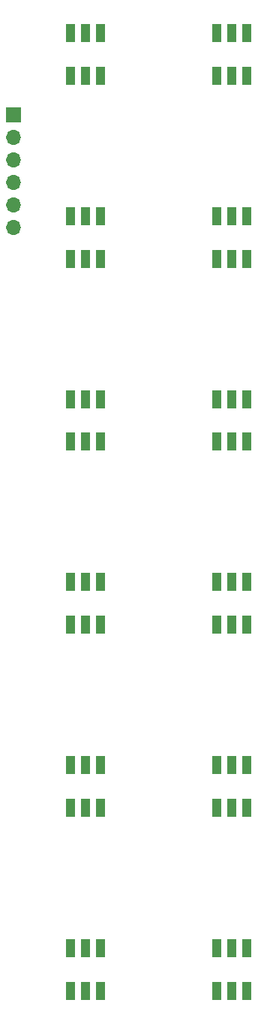
<source format=gbr>
%TF.GenerationSoftware,KiCad,Pcbnew,(6.0.0-0)*%
%TF.CreationDate,2022-02-07T13:41:27-05:00*%
%TF.ProjectId,Coin_Slots,436f696e-5f53-46c6-9f74-732e6b696361,rev?*%
%TF.SameCoordinates,Original*%
%TF.FileFunction,Soldermask,Top*%
%TF.FilePolarity,Negative*%
%FSLAX46Y46*%
G04 Gerber Fmt 4.6, Leading zero omitted, Abs format (unit mm)*
G04 Created by KiCad (PCBNEW (6.0.0-0)) date 2022-02-07 13:41:27*
%MOMM*%
%LPD*%
G01*
G04 APERTURE LIST*
%ADD10R,1.100000X2.000000*%
%ADD11R,1.700000X1.700000*%
%ADD12O,1.700000X1.700000*%
G04 APERTURE END LIST*
D10*
%TO.C,D5*%
X115902000Y-124303000D03*
X117602000Y-124303000D03*
X119302000Y-124303000D03*
X119302000Y-119503000D03*
X117602000Y-119503000D03*
X115902000Y-119503000D03*
%TD*%
%TO.C,D9*%
X115902000Y-83027000D03*
X117602000Y-83027000D03*
X119302000Y-83027000D03*
X119302000Y-78227000D03*
X117602000Y-78227000D03*
X115902000Y-78227000D03*
%TD*%
%TO.C,D11*%
X115902000Y-62389000D03*
X117602000Y-62389000D03*
X119302000Y-62389000D03*
X119302000Y-57589000D03*
X117602000Y-57589000D03*
X115902000Y-57589000D03*
%TD*%
%TO.C,D4*%
X132412000Y-144941000D03*
X134112000Y-144941000D03*
X135812000Y-144941000D03*
X135812000Y-140141000D03*
X134112000Y-140141000D03*
X132412000Y-140141000D03*
%TD*%
%TO.C,D10*%
X132412000Y-83027000D03*
X134112000Y-83027000D03*
X135812000Y-83027000D03*
X135812000Y-78227000D03*
X134112000Y-78227000D03*
X132412000Y-78227000D03*
%TD*%
%TO.C,D7*%
X115902000Y-103665000D03*
X117602000Y-103665000D03*
X119302000Y-103665000D03*
X119302000Y-98865000D03*
X117602000Y-98865000D03*
X115902000Y-98865000D03*
%TD*%
%TO.C,D2*%
X132412000Y-165579000D03*
X134112000Y-165579000D03*
X135812000Y-165579000D03*
X135812000Y-160779000D03*
X134112000Y-160779000D03*
X132412000Y-160779000D03*
%TD*%
%TO.C,D3*%
X115902000Y-144941000D03*
X117602000Y-144941000D03*
X119302000Y-144941000D03*
X119302000Y-140141000D03*
X117602000Y-140141000D03*
X115902000Y-140141000D03*
%TD*%
%TO.C,D12*%
X132412000Y-62389000D03*
X134112000Y-62389000D03*
X135812000Y-62389000D03*
X135812000Y-57589000D03*
X134112000Y-57589000D03*
X132412000Y-57589000D03*
%TD*%
%TO.C,D1*%
X115902000Y-165579000D03*
X117602000Y-165579000D03*
X119302000Y-165579000D03*
X119302000Y-160779000D03*
X117602000Y-160779000D03*
X115902000Y-160779000D03*
%TD*%
%TO.C,D8*%
X132412000Y-103665000D03*
X134112000Y-103665000D03*
X135812000Y-103665000D03*
X135812000Y-98865000D03*
X134112000Y-98865000D03*
X132412000Y-98865000D03*
%TD*%
%TO.C,D6*%
X132412000Y-124303000D03*
X134112000Y-124303000D03*
X135812000Y-124303000D03*
X135812000Y-119503000D03*
X134112000Y-119503000D03*
X132412000Y-119503000D03*
%TD*%
D11*
%TO.C,J1*%
X109474000Y-66802000D03*
D12*
X109474000Y-69342000D03*
X109474000Y-71882000D03*
X109474000Y-74422000D03*
X109474000Y-76962000D03*
X109474000Y-79502000D03*
%TD*%
M02*

</source>
